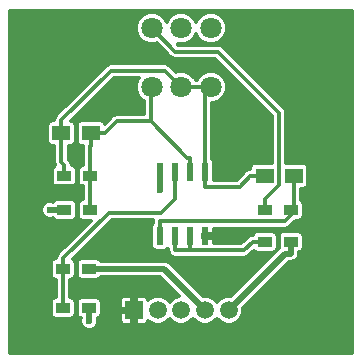
<source format=gtl>
G04 #@! TF.FileFunction,Copper,L1,Top,Signal*
%FSLAX46Y46*%
G04 Gerber Fmt 4.6, Leading zero omitted, Abs format (unit mm)*
G04 Created by KiCad (PCBNEW 4.0.4-1.fc24-product) date Fri Jan 12 14:33:54 2018*
%MOMM*%
%LPD*%
G01*
G04 APERTURE LIST*
%ADD10C,0.100000*%
%ADD11R,1.500000X1.250000*%
%ADD12R,1.200000X0.900000*%
%ADD13R,0.600000X1.550000*%
%ADD14R,1.500000X1.500000*%
%ADD15C,1.500000*%
%ADD16C,1.800000*%
%ADD17C,0.600000*%
%ADD18C,0.300000*%
%ADD19C,0.500000*%
G04 APERTURE END LIST*
D10*
D11*
X144850000Y-60900000D03*
X147350000Y-60900000D03*
X164550000Y-64500000D03*
X162050000Y-64500000D03*
D12*
X145000000Y-72400000D03*
X147200000Y-72400000D03*
X147200000Y-75700000D03*
X145000000Y-75700000D03*
X145100000Y-67400000D03*
X147300000Y-67400000D03*
X145100000Y-64500000D03*
X147300000Y-64500000D03*
X164300000Y-67400000D03*
X162100000Y-67400000D03*
X164300000Y-70100000D03*
X162100000Y-70100000D03*
D13*
X157005000Y-64200000D03*
X155735000Y-64200000D03*
X154465000Y-64200000D03*
X153195000Y-64200000D03*
X153195000Y-69600000D03*
X154465000Y-69600000D03*
X155735000Y-69600000D03*
X157005000Y-69600000D03*
D14*
X151000000Y-75900000D03*
D15*
X153000000Y-75900000D03*
X155000000Y-75900000D03*
X157000000Y-75900000D03*
X159000000Y-75900000D03*
D16*
X157500000Y-52000000D03*
X155000000Y-52000000D03*
X152500000Y-52000000D03*
X157500000Y-57000000D03*
X155000000Y-57000000D03*
X152500000Y-57000000D03*
D17*
X149300004Y-70700000D03*
X153200000Y-65700000D03*
X147199996Y-76800000D03*
X143900006Y-67400000D03*
D18*
X157005000Y-57000000D02*
X157500000Y-57000000D01*
X162050000Y-64500000D02*
X160849700Y-64500000D01*
X157005000Y-57000000D02*
X157005000Y-64200000D01*
X159924400Y-65425300D02*
X160849700Y-64500000D01*
X157005000Y-65425300D02*
X159924400Y-65425300D01*
X157005000Y-64200000D02*
X157005000Y-65425300D01*
X144850000Y-63349700D02*
X144850000Y-60900000D01*
X145100000Y-63599700D02*
X144850000Y-63349700D01*
X145100000Y-64500000D02*
X145100000Y-63599700D01*
X144850000Y-60900000D02*
X144850000Y-59824700D01*
X155000000Y-57000000D02*
X157005000Y-57000000D01*
X149081000Y-55593700D02*
X144850000Y-59824700D01*
X153593700Y-55593700D02*
X149081000Y-55593700D01*
X155000000Y-57000000D02*
X153593700Y-55593700D01*
X155735000Y-64200000D02*
X155735000Y-62974700D01*
X152444600Y-57055400D02*
X152444600Y-59908900D01*
X152500000Y-57000000D02*
X152444600Y-57055400D01*
X155510400Y-62974700D02*
X155735000Y-62974700D01*
X152444600Y-59908900D02*
X155510400Y-62974700D01*
X149541400Y-59908900D02*
X148550300Y-60900000D01*
X152444600Y-59908900D02*
X149541400Y-59908900D01*
X147350000Y-60900000D02*
X148550300Y-60900000D01*
X147300000Y-67400000D02*
X147300000Y-64500000D01*
X147300000Y-62025300D02*
X147350000Y-61975300D01*
X147300000Y-64500000D02*
X147300000Y-62025300D01*
X147350000Y-60900000D02*
X147350000Y-61975300D01*
X164300000Y-67400000D02*
X164300000Y-67850100D01*
X164550000Y-67600100D02*
X164550000Y-64500000D01*
X164300000Y-67850100D02*
X164550000Y-67600100D01*
X163775400Y-68374700D02*
X164300000Y-67850100D01*
X153195000Y-68374700D02*
X163775400Y-68374700D01*
X153195000Y-69600000D02*
X153195000Y-68374700D01*
D19*
X153195000Y-65695000D02*
X153200000Y-65700000D01*
X153195000Y-64200000D02*
X153195000Y-65695000D01*
X147200000Y-76799996D02*
X147199996Y-76800000D01*
X147200000Y-75700000D02*
X147200000Y-76799996D01*
X145100000Y-67400000D02*
X143900006Y-67400000D01*
X153500000Y-72400000D02*
X147200000Y-72400000D01*
X157000000Y-75900000D02*
X153500000Y-72400000D01*
X163799700Y-71100300D02*
X164300000Y-71100300D01*
X159000000Y-75900000D02*
X163799700Y-71100300D01*
X164300000Y-70100000D02*
X164300000Y-71100300D01*
D18*
X154465000Y-64200000D02*
X154500000Y-64235000D01*
X154500000Y-64235000D02*
X154500000Y-66440900D01*
X154500000Y-66440900D02*
X153284500Y-67656400D01*
X153284500Y-67656400D02*
X148843300Y-67656400D01*
X148843300Y-67656400D02*
X145000000Y-71499700D01*
X145000000Y-71499700D02*
X145000000Y-72400000D01*
X145000000Y-75700000D02*
X145000000Y-72400000D01*
X162100000Y-67400000D02*
X162100000Y-66499700D01*
X162100000Y-66499700D02*
X163300000Y-65299700D01*
X163300000Y-65299700D02*
X163300000Y-59200000D01*
X163300000Y-59200000D02*
X158100000Y-54000000D01*
X158100000Y-54000000D02*
X154500000Y-54000000D01*
X154500000Y-54000000D02*
X152500000Y-52000000D01*
X155735000Y-70825300D02*
X154465000Y-70825300D01*
X154465000Y-69600000D02*
X154465000Y-70825300D01*
X155735000Y-69600000D02*
X155735000Y-70675200D01*
X155735000Y-70675200D02*
X155735000Y-70825300D01*
X160324400Y-70825300D02*
X161049700Y-70100000D01*
X155735000Y-70825300D02*
X160324400Y-70825300D01*
X162100000Y-70100000D02*
X161049700Y-70100000D01*
G36*
X169475000Y-79475000D02*
X140525000Y-79475000D01*
X140525000Y-67548530D01*
X143149876Y-67548530D01*
X143263817Y-67824286D01*
X143474611Y-68035448D01*
X143750167Y-68149869D01*
X144048536Y-68150130D01*
X144135311Y-68114275D01*
X144171117Y-68169919D01*
X144321495Y-68272668D01*
X144500000Y-68308816D01*
X145700000Y-68308816D01*
X145866760Y-68277438D01*
X146019919Y-68178883D01*
X146122668Y-68028505D01*
X146158816Y-67850000D01*
X146158816Y-66950000D01*
X146127438Y-66783240D01*
X146028883Y-66630081D01*
X145878505Y-66527332D01*
X145700000Y-66491184D01*
X144500000Y-66491184D01*
X144333240Y-66522562D01*
X144180081Y-66621117D01*
X144135854Y-66685845D01*
X144049845Y-66650131D01*
X143751476Y-66649870D01*
X143475720Y-66763811D01*
X143264558Y-66974605D01*
X143150137Y-67250161D01*
X143149876Y-67548530D01*
X140525000Y-67548530D01*
X140525000Y-60275000D01*
X143641184Y-60275000D01*
X143641184Y-61525000D01*
X143672562Y-61691760D01*
X143771117Y-61844919D01*
X143921495Y-61947668D01*
X144100000Y-61983816D01*
X144250000Y-61983816D01*
X144250000Y-63349700D01*
X144295672Y-63579310D01*
X144327178Y-63626463D01*
X144180081Y-63721117D01*
X144077332Y-63871495D01*
X144041184Y-64050000D01*
X144041184Y-64950000D01*
X144072562Y-65116760D01*
X144171117Y-65269919D01*
X144321495Y-65372668D01*
X144500000Y-65408816D01*
X145700000Y-65408816D01*
X145866760Y-65377438D01*
X146019919Y-65278883D01*
X146122668Y-65128505D01*
X146158816Y-64950000D01*
X146158816Y-64050000D01*
X146127438Y-63883240D01*
X146028883Y-63730081D01*
X145878505Y-63627332D01*
X145700000Y-63591184D01*
X145698306Y-63591184D01*
X145663497Y-63416184D01*
X145654328Y-63370089D01*
X145524264Y-63175436D01*
X145450000Y-63101172D01*
X145450000Y-61983816D01*
X145600000Y-61983816D01*
X145766760Y-61952438D01*
X145919919Y-61853883D01*
X146022668Y-61703505D01*
X146058816Y-61525000D01*
X146058816Y-60275000D01*
X146027438Y-60108240D01*
X145928883Y-59955081D01*
X145778505Y-59852332D01*
X145689018Y-59834210D01*
X149329528Y-56193700D01*
X151396852Y-56193700D01*
X151356193Y-56234288D01*
X151150235Y-56730290D01*
X151149766Y-57267353D01*
X151354858Y-57763715D01*
X151734288Y-58143807D01*
X151844600Y-58189613D01*
X151844600Y-59308900D01*
X149541400Y-59308900D01*
X149311790Y-59354572D01*
X149117136Y-59484636D01*
X148514163Y-60087609D01*
X148428883Y-59955081D01*
X148278505Y-59852332D01*
X148100000Y-59816184D01*
X146600000Y-59816184D01*
X146433240Y-59847562D01*
X146280081Y-59946117D01*
X146177332Y-60096495D01*
X146141184Y-60275000D01*
X146141184Y-61525000D01*
X146172562Y-61691760D01*
X146271117Y-61844919D01*
X146421495Y-61947668D01*
X146600000Y-61983816D01*
X146708252Y-61983816D01*
X146700000Y-62025300D01*
X146700000Y-63591184D01*
X146533240Y-63622562D01*
X146380081Y-63721117D01*
X146277332Y-63871495D01*
X146241184Y-64050000D01*
X146241184Y-64950000D01*
X146272562Y-65116760D01*
X146371117Y-65269919D01*
X146521495Y-65372668D01*
X146700000Y-65408816D01*
X146700000Y-66491184D01*
X146533240Y-66522562D01*
X146380081Y-66621117D01*
X146277332Y-66771495D01*
X146241184Y-66950000D01*
X146241184Y-67850000D01*
X146272562Y-68016760D01*
X146371117Y-68169919D01*
X146521495Y-68272668D01*
X146700000Y-68308816D01*
X147342356Y-68308816D01*
X144575736Y-71075436D01*
X144445672Y-71270090D01*
X144401694Y-71491184D01*
X144400000Y-71491184D01*
X144233240Y-71522562D01*
X144080081Y-71621117D01*
X143977332Y-71771495D01*
X143941184Y-71950000D01*
X143941184Y-72850000D01*
X143972562Y-73016760D01*
X144071117Y-73169919D01*
X144221495Y-73272668D01*
X144400000Y-73308816D01*
X144400000Y-74791184D01*
X144233240Y-74822562D01*
X144080081Y-74921117D01*
X143977332Y-75071495D01*
X143941184Y-75250000D01*
X143941184Y-76150000D01*
X143972562Y-76316760D01*
X144071117Y-76469919D01*
X144221495Y-76572668D01*
X144400000Y-76608816D01*
X145600000Y-76608816D01*
X145766760Y-76577438D01*
X145919919Y-76478883D01*
X146022668Y-76328505D01*
X146058816Y-76150000D01*
X146058816Y-75250000D01*
X146141184Y-75250000D01*
X146141184Y-76150000D01*
X146172562Y-76316760D01*
X146271117Y-76469919D01*
X146421495Y-76572668D01*
X146477588Y-76584027D01*
X146450127Y-76650161D01*
X146449866Y-76948530D01*
X146563807Y-77224286D01*
X146774601Y-77435448D01*
X147050157Y-77549869D01*
X147348526Y-77550130D01*
X147624282Y-77436189D01*
X147835444Y-77225395D01*
X147949865Y-76949839D01*
X147950126Y-76651470D01*
X147922943Y-76585683D01*
X147966760Y-76577438D01*
X148119919Y-76478883D01*
X148222668Y-76328505D01*
X148256284Y-76162500D01*
X149800000Y-76162500D01*
X149800000Y-76739510D01*
X149868508Y-76904904D01*
X149995095Y-77031491D01*
X150160489Y-77100000D01*
X150737500Y-77100000D01*
X150850000Y-76987500D01*
X150850000Y-76050000D01*
X149912500Y-76050000D01*
X149800000Y-76162500D01*
X148256284Y-76162500D01*
X148258816Y-76150000D01*
X148258816Y-75250000D01*
X148227438Y-75083240D01*
X148212799Y-75060490D01*
X149800000Y-75060490D01*
X149800000Y-75637500D01*
X149912500Y-75750000D01*
X150850000Y-75750000D01*
X150850000Y-74812500D01*
X150737500Y-74700000D01*
X150160489Y-74700000D01*
X149995095Y-74768509D01*
X149868508Y-74895096D01*
X149800000Y-75060490D01*
X148212799Y-75060490D01*
X148128883Y-74930081D01*
X147978505Y-74827332D01*
X147800000Y-74791184D01*
X146600000Y-74791184D01*
X146433240Y-74822562D01*
X146280081Y-74921117D01*
X146177332Y-75071495D01*
X146141184Y-75250000D01*
X146058816Y-75250000D01*
X146027438Y-75083240D01*
X145928883Y-74930081D01*
X145778505Y-74827332D01*
X145600000Y-74791184D01*
X145600000Y-73308816D01*
X145766760Y-73277438D01*
X145919919Y-73178883D01*
X146022668Y-73028505D01*
X146058816Y-72850000D01*
X146058816Y-71950000D01*
X146141184Y-71950000D01*
X146141184Y-72850000D01*
X146172562Y-73016760D01*
X146271117Y-73169919D01*
X146421495Y-73272668D01*
X146600000Y-73308816D01*
X147800000Y-73308816D01*
X147966760Y-73277438D01*
X148119919Y-73178883D01*
X148173818Y-73100000D01*
X153210050Y-73100000D01*
X154809885Y-74699834D01*
X154762353Y-74699793D01*
X154321143Y-74882097D01*
X153999735Y-75202943D01*
X153680633Y-74883283D01*
X153239742Y-74700209D01*
X152762353Y-74699793D01*
X152321143Y-74882097D01*
X152183161Y-75019838D01*
X152131492Y-74895096D01*
X152004905Y-74768509D01*
X151839511Y-74700000D01*
X151262500Y-74700000D01*
X151150000Y-74812500D01*
X151150000Y-75750000D01*
X151170000Y-75750000D01*
X151170000Y-76050000D01*
X151150000Y-76050000D01*
X151150000Y-76987500D01*
X151262500Y-77100000D01*
X151839511Y-77100000D01*
X152004905Y-77031491D01*
X152131492Y-76904904D01*
X152183129Y-76780241D01*
X152319367Y-76916717D01*
X152760258Y-77099791D01*
X153237647Y-77100207D01*
X153678857Y-76917903D01*
X154000265Y-76597057D01*
X154319367Y-76916717D01*
X154760258Y-77099791D01*
X155237647Y-77100207D01*
X155678857Y-76917903D01*
X156000265Y-76597057D01*
X156319367Y-76916717D01*
X156760258Y-77099791D01*
X157237647Y-77100207D01*
X157678857Y-76917903D01*
X158000265Y-76597057D01*
X158319367Y-76916717D01*
X158760258Y-77099791D01*
X159237647Y-77100207D01*
X159678857Y-76917903D01*
X160016717Y-76580633D01*
X160199791Y-76139742D01*
X160200183Y-75689767D01*
X164089650Y-71800300D01*
X164300000Y-71800300D01*
X164567878Y-71747016D01*
X164794975Y-71595275D01*
X164946716Y-71368178D01*
X165000000Y-71100300D01*
X165000000Y-70990000D01*
X165066760Y-70977438D01*
X165219919Y-70878883D01*
X165322668Y-70728505D01*
X165358816Y-70550000D01*
X165358816Y-69650000D01*
X165327438Y-69483240D01*
X165228883Y-69330081D01*
X165078505Y-69227332D01*
X164900000Y-69191184D01*
X163700000Y-69191184D01*
X163533240Y-69222562D01*
X163380081Y-69321117D01*
X163277332Y-69471495D01*
X163241184Y-69650000D01*
X163241184Y-70550000D01*
X163260008Y-70650042D01*
X159209867Y-74700183D01*
X158762353Y-74699793D01*
X158321143Y-74882097D01*
X157999735Y-75202943D01*
X157680633Y-74883283D01*
X157239742Y-74700209D01*
X156789766Y-74699817D01*
X153994975Y-71905025D01*
X153767879Y-71753284D01*
X153500000Y-71700000D01*
X148173875Y-71700000D01*
X148128883Y-71630081D01*
X147978505Y-71527332D01*
X147800000Y-71491184D01*
X146600000Y-71491184D01*
X146433240Y-71522562D01*
X146280081Y-71621117D01*
X146177332Y-71771495D01*
X146141184Y-71950000D01*
X146058816Y-71950000D01*
X146027438Y-71783240D01*
X145928883Y-71630081D01*
X145803689Y-71544539D01*
X149091828Y-68256400D01*
X152618531Y-68256400D01*
X152595000Y-68374700D01*
X152595000Y-68483299D01*
X152575081Y-68496117D01*
X152472332Y-68646495D01*
X152436184Y-68825000D01*
X152436184Y-70375000D01*
X152467562Y-70541760D01*
X152566117Y-70694919D01*
X152716495Y-70797668D01*
X152895000Y-70833816D01*
X153495000Y-70833816D01*
X153661760Y-70802438D01*
X153814919Y-70703883D01*
X153828806Y-70683558D01*
X153836117Y-70694919D01*
X153865000Y-70714654D01*
X153865000Y-70825300D01*
X153910672Y-71054910D01*
X154040736Y-71249564D01*
X154235390Y-71379628D01*
X154465000Y-71425300D01*
X160324400Y-71425300D01*
X160554010Y-71379628D01*
X160748664Y-71249564D01*
X161154356Y-70843872D01*
X161171117Y-70869919D01*
X161321495Y-70972668D01*
X161500000Y-71008816D01*
X162700000Y-71008816D01*
X162866760Y-70977438D01*
X163019919Y-70878883D01*
X163122668Y-70728505D01*
X163158816Y-70550000D01*
X163158816Y-69650000D01*
X163127438Y-69483240D01*
X163028883Y-69330081D01*
X162878505Y-69227332D01*
X162700000Y-69191184D01*
X161500000Y-69191184D01*
X161333240Y-69222562D01*
X161180081Y-69321117D01*
X161077332Y-69471495D01*
X161071560Y-69500000D01*
X161049700Y-69500000D01*
X160820090Y-69545672D01*
X160625436Y-69675736D01*
X160075872Y-70225300D01*
X157755000Y-70225300D01*
X157755000Y-69862500D01*
X157642500Y-69750000D01*
X157155000Y-69750000D01*
X157155000Y-69770000D01*
X156855000Y-69770000D01*
X156855000Y-69750000D01*
X156835000Y-69750000D01*
X156835000Y-69450000D01*
X156855000Y-69450000D01*
X156855000Y-69430000D01*
X157155000Y-69430000D01*
X157155000Y-69450000D01*
X157642500Y-69450000D01*
X157755000Y-69337500D01*
X157755000Y-68974700D01*
X163775400Y-68974700D01*
X164005010Y-68929028D01*
X164199664Y-68798964D01*
X164689812Y-68308816D01*
X164900000Y-68308816D01*
X165066760Y-68277438D01*
X165219919Y-68178883D01*
X165322668Y-68028505D01*
X165358816Y-67850000D01*
X165358816Y-66950000D01*
X165327438Y-66783240D01*
X165228883Y-66630081D01*
X165150000Y-66576182D01*
X165150000Y-65583816D01*
X165300000Y-65583816D01*
X165466760Y-65552438D01*
X165619919Y-65453883D01*
X165722668Y-65303505D01*
X165758816Y-65125000D01*
X165758816Y-63875000D01*
X165727438Y-63708240D01*
X165628883Y-63555081D01*
X165478505Y-63452332D01*
X165300000Y-63416184D01*
X163900000Y-63416184D01*
X163900000Y-59200000D01*
X163854328Y-58970390D01*
X163724264Y-58775736D01*
X158524264Y-53575736D01*
X158329610Y-53445672D01*
X158100000Y-53400000D01*
X154748528Y-53400000D01*
X154675572Y-53327044D01*
X154730290Y-53349765D01*
X155267353Y-53350234D01*
X155763715Y-53145142D01*
X156143807Y-52765712D01*
X156250007Y-52509955D01*
X156354858Y-52763715D01*
X156734288Y-53143807D01*
X157230290Y-53349765D01*
X157767353Y-53350234D01*
X158263715Y-53145142D01*
X158643807Y-52765712D01*
X158849765Y-52269710D01*
X158850234Y-51732647D01*
X158645142Y-51236285D01*
X158265712Y-50856193D01*
X157769710Y-50650235D01*
X157232647Y-50649766D01*
X156736285Y-50854858D01*
X156356193Y-51234288D01*
X156249993Y-51490045D01*
X156145142Y-51236285D01*
X155765712Y-50856193D01*
X155269710Y-50650235D01*
X154732647Y-50649766D01*
X154236285Y-50854858D01*
X153856193Y-51234288D01*
X153749993Y-51490045D01*
X153645142Y-51236285D01*
X153265712Y-50856193D01*
X152769710Y-50650235D01*
X152232647Y-50649766D01*
X151736285Y-50854858D01*
X151356193Y-51234288D01*
X151150235Y-51730290D01*
X151149766Y-52267353D01*
X151354858Y-52763715D01*
X151734288Y-53143807D01*
X152230290Y-53349765D01*
X152767353Y-53350234D01*
X152933186Y-53281714D01*
X154075736Y-54424264D01*
X154270390Y-54554328D01*
X154500000Y-54600000D01*
X157851472Y-54600000D01*
X162700000Y-59448528D01*
X162700000Y-63416184D01*
X161300000Y-63416184D01*
X161133240Y-63447562D01*
X160980081Y-63546117D01*
X160877332Y-63696495D01*
X160841184Y-63875000D01*
X160841184Y-63901694D01*
X160620090Y-63945672D01*
X160425436Y-64075736D01*
X159675872Y-64825300D01*
X157763816Y-64825300D01*
X157763816Y-63425000D01*
X157732438Y-63258240D01*
X157633883Y-63105081D01*
X157605000Y-63085346D01*
X157605000Y-58350092D01*
X157767353Y-58350234D01*
X158263715Y-58145142D01*
X158643807Y-57765712D01*
X158849765Y-57269710D01*
X158850234Y-56732647D01*
X158645142Y-56236285D01*
X158265712Y-55856193D01*
X157769710Y-55650235D01*
X157232647Y-55649766D01*
X156736285Y-55854858D01*
X156356193Y-56234288D01*
X156287383Y-56400000D01*
X156212787Y-56400000D01*
X156145142Y-56236285D01*
X155765712Y-55856193D01*
X155269710Y-55650235D01*
X154732647Y-55649766D01*
X154566814Y-55718286D01*
X154017964Y-55169436D01*
X153823310Y-55039372D01*
X153593700Y-54993700D01*
X149081000Y-54993700D01*
X148851390Y-55039372D01*
X148656736Y-55169436D01*
X144425736Y-59400436D01*
X144295672Y-59595090D01*
X144251694Y-59816184D01*
X144100000Y-59816184D01*
X143933240Y-59847562D01*
X143780081Y-59946117D01*
X143677332Y-60096495D01*
X143641184Y-60275000D01*
X140525000Y-60275000D01*
X140525000Y-50525000D01*
X169475000Y-50525000D01*
X169475000Y-79475000D01*
X169475000Y-79475000D01*
G37*
X169475000Y-79475000D02*
X140525000Y-79475000D01*
X140525000Y-67548530D01*
X143149876Y-67548530D01*
X143263817Y-67824286D01*
X143474611Y-68035448D01*
X143750167Y-68149869D01*
X144048536Y-68150130D01*
X144135311Y-68114275D01*
X144171117Y-68169919D01*
X144321495Y-68272668D01*
X144500000Y-68308816D01*
X145700000Y-68308816D01*
X145866760Y-68277438D01*
X146019919Y-68178883D01*
X146122668Y-68028505D01*
X146158816Y-67850000D01*
X146158816Y-66950000D01*
X146127438Y-66783240D01*
X146028883Y-66630081D01*
X145878505Y-66527332D01*
X145700000Y-66491184D01*
X144500000Y-66491184D01*
X144333240Y-66522562D01*
X144180081Y-66621117D01*
X144135854Y-66685845D01*
X144049845Y-66650131D01*
X143751476Y-66649870D01*
X143475720Y-66763811D01*
X143264558Y-66974605D01*
X143150137Y-67250161D01*
X143149876Y-67548530D01*
X140525000Y-67548530D01*
X140525000Y-60275000D01*
X143641184Y-60275000D01*
X143641184Y-61525000D01*
X143672562Y-61691760D01*
X143771117Y-61844919D01*
X143921495Y-61947668D01*
X144100000Y-61983816D01*
X144250000Y-61983816D01*
X144250000Y-63349700D01*
X144295672Y-63579310D01*
X144327178Y-63626463D01*
X144180081Y-63721117D01*
X144077332Y-63871495D01*
X144041184Y-64050000D01*
X144041184Y-64950000D01*
X144072562Y-65116760D01*
X144171117Y-65269919D01*
X144321495Y-65372668D01*
X144500000Y-65408816D01*
X145700000Y-65408816D01*
X145866760Y-65377438D01*
X146019919Y-65278883D01*
X146122668Y-65128505D01*
X146158816Y-64950000D01*
X146158816Y-64050000D01*
X146127438Y-63883240D01*
X146028883Y-63730081D01*
X145878505Y-63627332D01*
X145700000Y-63591184D01*
X145698306Y-63591184D01*
X145663497Y-63416184D01*
X145654328Y-63370089D01*
X145524264Y-63175436D01*
X145450000Y-63101172D01*
X145450000Y-61983816D01*
X145600000Y-61983816D01*
X145766760Y-61952438D01*
X145919919Y-61853883D01*
X146022668Y-61703505D01*
X146058816Y-61525000D01*
X146058816Y-60275000D01*
X146027438Y-60108240D01*
X145928883Y-59955081D01*
X145778505Y-59852332D01*
X145689018Y-59834210D01*
X149329528Y-56193700D01*
X151396852Y-56193700D01*
X151356193Y-56234288D01*
X151150235Y-56730290D01*
X151149766Y-57267353D01*
X151354858Y-57763715D01*
X151734288Y-58143807D01*
X151844600Y-58189613D01*
X151844600Y-59308900D01*
X149541400Y-59308900D01*
X149311790Y-59354572D01*
X149117136Y-59484636D01*
X148514163Y-60087609D01*
X148428883Y-59955081D01*
X148278505Y-59852332D01*
X148100000Y-59816184D01*
X146600000Y-59816184D01*
X146433240Y-59847562D01*
X146280081Y-59946117D01*
X146177332Y-60096495D01*
X146141184Y-60275000D01*
X146141184Y-61525000D01*
X146172562Y-61691760D01*
X146271117Y-61844919D01*
X146421495Y-61947668D01*
X146600000Y-61983816D01*
X146708252Y-61983816D01*
X146700000Y-62025300D01*
X146700000Y-63591184D01*
X146533240Y-63622562D01*
X146380081Y-63721117D01*
X146277332Y-63871495D01*
X146241184Y-64050000D01*
X146241184Y-64950000D01*
X146272562Y-65116760D01*
X146371117Y-65269919D01*
X146521495Y-65372668D01*
X146700000Y-65408816D01*
X146700000Y-66491184D01*
X146533240Y-66522562D01*
X146380081Y-66621117D01*
X146277332Y-66771495D01*
X146241184Y-66950000D01*
X146241184Y-67850000D01*
X146272562Y-68016760D01*
X146371117Y-68169919D01*
X146521495Y-68272668D01*
X146700000Y-68308816D01*
X147342356Y-68308816D01*
X144575736Y-71075436D01*
X144445672Y-71270090D01*
X144401694Y-71491184D01*
X144400000Y-71491184D01*
X144233240Y-71522562D01*
X144080081Y-71621117D01*
X143977332Y-71771495D01*
X143941184Y-71950000D01*
X143941184Y-72850000D01*
X143972562Y-73016760D01*
X144071117Y-73169919D01*
X144221495Y-73272668D01*
X144400000Y-73308816D01*
X144400000Y-74791184D01*
X144233240Y-74822562D01*
X144080081Y-74921117D01*
X143977332Y-75071495D01*
X143941184Y-75250000D01*
X143941184Y-76150000D01*
X143972562Y-76316760D01*
X144071117Y-76469919D01*
X144221495Y-76572668D01*
X144400000Y-76608816D01*
X145600000Y-76608816D01*
X145766760Y-76577438D01*
X145919919Y-76478883D01*
X146022668Y-76328505D01*
X146058816Y-76150000D01*
X146058816Y-75250000D01*
X146141184Y-75250000D01*
X146141184Y-76150000D01*
X146172562Y-76316760D01*
X146271117Y-76469919D01*
X146421495Y-76572668D01*
X146477588Y-76584027D01*
X146450127Y-76650161D01*
X146449866Y-76948530D01*
X146563807Y-77224286D01*
X146774601Y-77435448D01*
X147050157Y-77549869D01*
X147348526Y-77550130D01*
X147624282Y-77436189D01*
X147835444Y-77225395D01*
X147949865Y-76949839D01*
X147950126Y-76651470D01*
X147922943Y-76585683D01*
X147966760Y-76577438D01*
X148119919Y-76478883D01*
X148222668Y-76328505D01*
X148256284Y-76162500D01*
X149800000Y-76162500D01*
X149800000Y-76739510D01*
X149868508Y-76904904D01*
X149995095Y-77031491D01*
X150160489Y-77100000D01*
X150737500Y-77100000D01*
X150850000Y-76987500D01*
X150850000Y-76050000D01*
X149912500Y-76050000D01*
X149800000Y-76162500D01*
X148256284Y-76162500D01*
X148258816Y-76150000D01*
X148258816Y-75250000D01*
X148227438Y-75083240D01*
X148212799Y-75060490D01*
X149800000Y-75060490D01*
X149800000Y-75637500D01*
X149912500Y-75750000D01*
X150850000Y-75750000D01*
X150850000Y-74812500D01*
X150737500Y-74700000D01*
X150160489Y-74700000D01*
X149995095Y-74768509D01*
X149868508Y-74895096D01*
X149800000Y-75060490D01*
X148212799Y-75060490D01*
X148128883Y-74930081D01*
X147978505Y-74827332D01*
X147800000Y-74791184D01*
X146600000Y-74791184D01*
X146433240Y-74822562D01*
X146280081Y-74921117D01*
X146177332Y-75071495D01*
X146141184Y-75250000D01*
X146058816Y-75250000D01*
X146027438Y-75083240D01*
X145928883Y-74930081D01*
X145778505Y-74827332D01*
X145600000Y-74791184D01*
X145600000Y-73308816D01*
X145766760Y-73277438D01*
X145919919Y-73178883D01*
X146022668Y-73028505D01*
X146058816Y-72850000D01*
X146058816Y-71950000D01*
X146141184Y-71950000D01*
X146141184Y-72850000D01*
X146172562Y-73016760D01*
X146271117Y-73169919D01*
X146421495Y-73272668D01*
X146600000Y-73308816D01*
X147800000Y-73308816D01*
X147966760Y-73277438D01*
X148119919Y-73178883D01*
X148173818Y-73100000D01*
X153210050Y-73100000D01*
X154809885Y-74699834D01*
X154762353Y-74699793D01*
X154321143Y-74882097D01*
X153999735Y-75202943D01*
X153680633Y-74883283D01*
X153239742Y-74700209D01*
X152762353Y-74699793D01*
X152321143Y-74882097D01*
X152183161Y-75019838D01*
X152131492Y-74895096D01*
X152004905Y-74768509D01*
X151839511Y-74700000D01*
X151262500Y-74700000D01*
X151150000Y-74812500D01*
X151150000Y-75750000D01*
X151170000Y-75750000D01*
X151170000Y-76050000D01*
X151150000Y-76050000D01*
X151150000Y-76987500D01*
X151262500Y-77100000D01*
X151839511Y-77100000D01*
X152004905Y-77031491D01*
X152131492Y-76904904D01*
X152183129Y-76780241D01*
X152319367Y-76916717D01*
X152760258Y-77099791D01*
X153237647Y-77100207D01*
X153678857Y-76917903D01*
X154000265Y-76597057D01*
X154319367Y-76916717D01*
X154760258Y-77099791D01*
X155237647Y-77100207D01*
X155678857Y-76917903D01*
X156000265Y-76597057D01*
X156319367Y-76916717D01*
X156760258Y-77099791D01*
X157237647Y-77100207D01*
X157678857Y-76917903D01*
X158000265Y-76597057D01*
X158319367Y-76916717D01*
X158760258Y-77099791D01*
X159237647Y-77100207D01*
X159678857Y-76917903D01*
X160016717Y-76580633D01*
X160199791Y-76139742D01*
X160200183Y-75689767D01*
X164089650Y-71800300D01*
X164300000Y-71800300D01*
X164567878Y-71747016D01*
X164794975Y-71595275D01*
X164946716Y-71368178D01*
X165000000Y-71100300D01*
X165000000Y-70990000D01*
X165066760Y-70977438D01*
X165219919Y-70878883D01*
X165322668Y-70728505D01*
X165358816Y-70550000D01*
X165358816Y-69650000D01*
X165327438Y-69483240D01*
X165228883Y-69330081D01*
X165078505Y-69227332D01*
X164900000Y-69191184D01*
X163700000Y-69191184D01*
X163533240Y-69222562D01*
X163380081Y-69321117D01*
X163277332Y-69471495D01*
X163241184Y-69650000D01*
X163241184Y-70550000D01*
X163260008Y-70650042D01*
X159209867Y-74700183D01*
X158762353Y-74699793D01*
X158321143Y-74882097D01*
X157999735Y-75202943D01*
X157680633Y-74883283D01*
X157239742Y-74700209D01*
X156789766Y-74699817D01*
X153994975Y-71905025D01*
X153767879Y-71753284D01*
X153500000Y-71700000D01*
X148173875Y-71700000D01*
X148128883Y-71630081D01*
X147978505Y-71527332D01*
X147800000Y-71491184D01*
X146600000Y-71491184D01*
X146433240Y-71522562D01*
X146280081Y-71621117D01*
X146177332Y-71771495D01*
X146141184Y-71950000D01*
X146058816Y-71950000D01*
X146027438Y-71783240D01*
X145928883Y-71630081D01*
X145803689Y-71544539D01*
X149091828Y-68256400D01*
X152618531Y-68256400D01*
X152595000Y-68374700D01*
X152595000Y-68483299D01*
X152575081Y-68496117D01*
X152472332Y-68646495D01*
X152436184Y-68825000D01*
X152436184Y-70375000D01*
X152467562Y-70541760D01*
X152566117Y-70694919D01*
X152716495Y-70797668D01*
X152895000Y-70833816D01*
X153495000Y-70833816D01*
X153661760Y-70802438D01*
X153814919Y-70703883D01*
X153828806Y-70683558D01*
X153836117Y-70694919D01*
X153865000Y-70714654D01*
X153865000Y-70825300D01*
X153910672Y-71054910D01*
X154040736Y-71249564D01*
X154235390Y-71379628D01*
X154465000Y-71425300D01*
X160324400Y-71425300D01*
X160554010Y-71379628D01*
X160748664Y-71249564D01*
X161154356Y-70843872D01*
X161171117Y-70869919D01*
X161321495Y-70972668D01*
X161500000Y-71008816D01*
X162700000Y-71008816D01*
X162866760Y-70977438D01*
X163019919Y-70878883D01*
X163122668Y-70728505D01*
X163158816Y-70550000D01*
X163158816Y-69650000D01*
X163127438Y-69483240D01*
X163028883Y-69330081D01*
X162878505Y-69227332D01*
X162700000Y-69191184D01*
X161500000Y-69191184D01*
X161333240Y-69222562D01*
X161180081Y-69321117D01*
X161077332Y-69471495D01*
X161071560Y-69500000D01*
X161049700Y-69500000D01*
X160820090Y-69545672D01*
X160625436Y-69675736D01*
X160075872Y-70225300D01*
X157755000Y-70225300D01*
X157755000Y-69862500D01*
X157642500Y-69750000D01*
X157155000Y-69750000D01*
X157155000Y-69770000D01*
X156855000Y-69770000D01*
X156855000Y-69750000D01*
X156835000Y-69750000D01*
X156835000Y-69450000D01*
X156855000Y-69450000D01*
X156855000Y-69430000D01*
X157155000Y-69430000D01*
X157155000Y-69450000D01*
X157642500Y-69450000D01*
X157755000Y-69337500D01*
X157755000Y-68974700D01*
X163775400Y-68974700D01*
X164005010Y-68929028D01*
X164199664Y-68798964D01*
X164689812Y-68308816D01*
X164900000Y-68308816D01*
X165066760Y-68277438D01*
X165219919Y-68178883D01*
X165322668Y-68028505D01*
X165358816Y-67850000D01*
X165358816Y-66950000D01*
X165327438Y-66783240D01*
X165228883Y-66630081D01*
X165150000Y-66576182D01*
X165150000Y-65583816D01*
X165300000Y-65583816D01*
X165466760Y-65552438D01*
X165619919Y-65453883D01*
X165722668Y-65303505D01*
X165758816Y-65125000D01*
X165758816Y-63875000D01*
X165727438Y-63708240D01*
X165628883Y-63555081D01*
X165478505Y-63452332D01*
X165300000Y-63416184D01*
X163900000Y-63416184D01*
X163900000Y-59200000D01*
X163854328Y-58970390D01*
X163724264Y-58775736D01*
X158524264Y-53575736D01*
X158329610Y-53445672D01*
X158100000Y-53400000D01*
X154748528Y-53400000D01*
X154675572Y-53327044D01*
X154730290Y-53349765D01*
X155267353Y-53350234D01*
X155763715Y-53145142D01*
X156143807Y-52765712D01*
X156250007Y-52509955D01*
X156354858Y-52763715D01*
X156734288Y-53143807D01*
X157230290Y-53349765D01*
X157767353Y-53350234D01*
X158263715Y-53145142D01*
X158643807Y-52765712D01*
X158849765Y-52269710D01*
X158850234Y-51732647D01*
X158645142Y-51236285D01*
X158265712Y-50856193D01*
X157769710Y-50650235D01*
X157232647Y-50649766D01*
X156736285Y-50854858D01*
X156356193Y-51234288D01*
X156249993Y-51490045D01*
X156145142Y-51236285D01*
X155765712Y-50856193D01*
X155269710Y-50650235D01*
X154732647Y-50649766D01*
X154236285Y-50854858D01*
X153856193Y-51234288D01*
X153749993Y-51490045D01*
X153645142Y-51236285D01*
X153265712Y-50856193D01*
X152769710Y-50650235D01*
X152232647Y-50649766D01*
X151736285Y-50854858D01*
X151356193Y-51234288D01*
X151150235Y-51730290D01*
X151149766Y-52267353D01*
X151354858Y-52763715D01*
X151734288Y-53143807D01*
X152230290Y-53349765D01*
X152767353Y-53350234D01*
X152933186Y-53281714D01*
X154075736Y-54424264D01*
X154270390Y-54554328D01*
X154500000Y-54600000D01*
X157851472Y-54600000D01*
X162700000Y-59448528D01*
X162700000Y-63416184D01*
X161300000Y-63416184D01*
X161133240Y-63447562D01*
X160980081Y-63546117D01*
X160877332Y-63696495D01*
X160841184Y-63875000D01*
X160841184Y-63901694D01*
X160620090Y-63945672D01*
X160425436Y-64075736D01*
X159675872Y-64825300D01*
X157763816Y-64825300D01*
X157763816Y-63425000D01*
X157732438Y-63258240D01*
X157633883Y-63105081D01*
X157605000Y-63085346D01*
X157605000Y-58350092D01*
X157767353Y-58350234D01*
X158263715Y-58145142D01*
X158643807Y-57765712D01*
X158849765Y-57269710D01*
X158850234Y-56732647D01*
X158645142Y-56236285D01*
X158265712Y-55856193D01*
X157769710Y-55650235D01*
X157232647Y-55649766D01*
X156736285Y-55854858D01*
X156356193Y-56234288D01*
X156287383Y-56400000D01*
X156212787Y-56400000D01*
X156145142Y-56236285D01*
X155765712Y-55856193D01*
X155269710Y-55650235D01*
X154732647Y-55649766D01*
X154566814Y-55718286D01*
X154017964Y-55169436D01*
X153823310Y-55039372D01*
X153593700Y-54993700D01*
X149081000Y-54993700D01*
X148851390Y-55039372D01*
X148656736Y-55169436D01*
X144425736Y-59400436D01*
X144295672Y-59595090D01*
X144251694Y-59816184D01*
X144100000Y-59816184D01*
X143933240Y-59847562D01*
X143780081Y-59946117D01*
X143677332Y-60096495D01*
X143641184Y-60275000D01*
X140525000Y-60275000D01*
X140525000Y-50525000D01*
X169475000Y-50525000D01*
X169475000Y-79475000D01*
M02*

</source>
